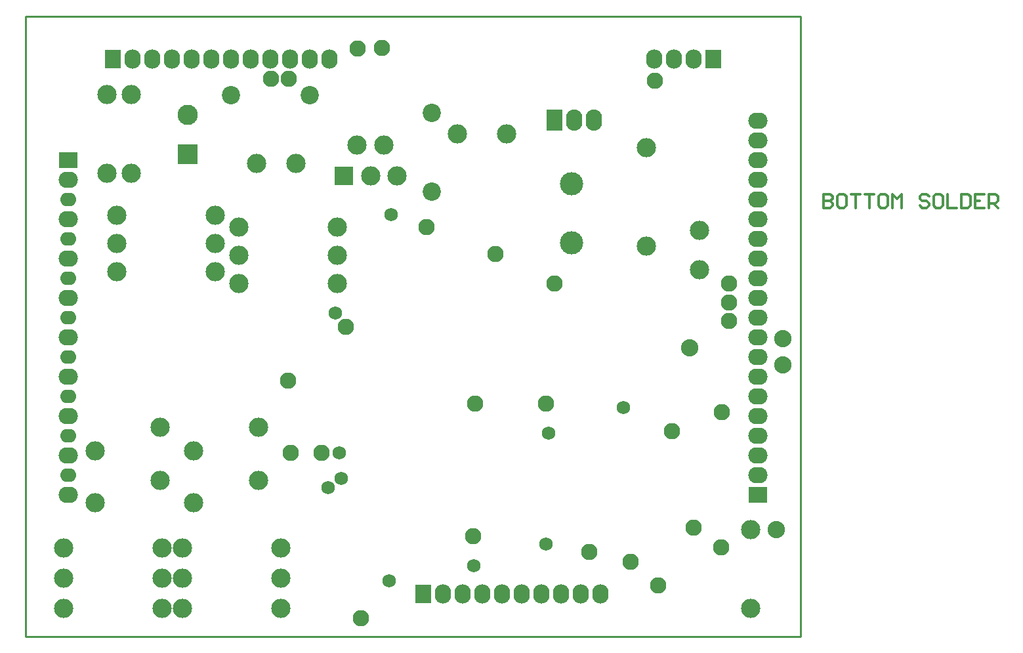
<source format=gbs>
G04 Layer_Color=16711935*
%FSLAX25Y25*%
%MOIN*%
G70*
G01*
G75*
%ADD23C,0.01200*%
%ADD44C,0.01000*%
%ADD54C,0.09800*%
%ADD55R,0.09800X0.09800*%
%ADD56C,0.11800*%
%ADD57C,0.09300*%
%ADD58C,0.08800*%
%ADD59O,0.08300X0.10800*%
%ADD60R,0.08300X0.10800*%
%ADD61R,0.09800X0.08300*%
%ADD62O,0.09800X0.08300*%
%ADD63C,0.10300*%
%ADD64R,0.10300X0.10300*%
%ADD65O,0.08300X0.09800*%
%ADD66R,0.08300X0.09800*%
%ADD67O,0.08300X0.06800*%
%ADD68C,0.08300*%
%ADD69C,0.06800*%
D23*
X799100Y618398D02*
Y611400D01*
X802599D01*
X803765Y612566D01*
Y613733D01*
X802599Y614899D01*
X799100D01*
X802599D01*
X803765Y616065D01*
Y617232D01*
X802599Y618398D01*
X799100D01*
X809597D02*
X807264D01*
X806098Y617232D01*
Y612566D01*
X807264Y611400D01*
X809597D01*
X810763Y612566D01*
Y617232D01*
X809597Y618398D01*
X813095D02*
X817761D01*
X815428D01*
Y611400D01*
X820093Y618398D02*
X824758D01*
X822426D01*
Y611400D01*
X830590Y618398D02*
X828257D01*
X827091Y617232D01*
Y612566D01*
X828257Y611400D01*
X830590D01*
X831756Y612566D01*
Y617232D01*
X830590Y618398D01*
X834089Y611400D02*
Y618398D01*
X836421Y616065D01*
X838754Y618398D01*
Y611400D01*
X852749Y617232D02*
X851583Y618398D01*
X849251D01*
X848084Y617232D01*
Y616065D01*
X849251Y614899D01*
X851583D01*
X852749Y613733D01*
Y612566D01*
X851583Y611400D01*
X849251D01*
X848084Y612566D01*
X858581Y618398D02*
X856248D01*
X855082Y617232D01*
Y612566D01*
X856248Y611400D01*
X858581D01*
X859747Y612566D01*
Y617232D01*
X858581Y618398D01*
X862080D02*
Y611400D01*
X866745D01*
X869077Y618398D02*
Y611400D01*
X872576D01*
X873743Y612566D01*
Y617232D01*
X872576Y618398D01*
X869077D01*
X880740D02*
X876075D01*
Y611400D01*
X880740D01*
X876075Y614899D02*
X878408D01*
X883073Y611400D02*
Y618398D01*
X886572D01*
X887738Y617232D01*
Y614899D01*
X886572Y613733D01*
X883073D01*
X885406D02*
X887738Y611400D01*
D44*
X393701Y393701D02*
Y708661D01*
X787402D01*
Y393701D02*
Y708661D01*
X393701Y393701D02*
X787402D01*
D54*
X709000Y592000D02*
D03*
Y642000D02*
D03*
X582386Y627626D02*
D03*
X575693Y643374D02*
D03*
X569000Y627626D02*
D03*
X562307Y643374D02*
D03*
X638000Y649000D02*
D03*
X613000D02*
D03*
X479000Y461500D02*
D03*
X429000D02*
D03*
Y488000D02*
D03*
X479000D02*
D03*
X490000Y579000D02*
D03*
X440000D02*
D03*
X502000Y573000D02*
D03*
X552000D02*
D03*
X490000Y593250D02*
D03*
X440000D02*
D03*
X502000Y587250D02*
D03*
X552000D02*
D03*
X490000Y607500D02*
D03*
X440000D02*
D03*
X502000Y601500D02*
D03*
X552000D02*
D03*
X473500Y438500D02*
D03*
X523500D02*
D03*
X463000D02*
D03*
X413000D02*
D03*
X473500Y423250D02*
D03*
X523500D02*
D03*
X463000D02*
D03*
X413000D02*
D03*
X473500Y408000D02*
D03*
X523500D02*
D03*
X463000D02*
D03*
X413000D02*
D03*
X512000Y473000D02*
D03*
X462000D02*
D03*
Y500000D02*
D03*
X512000D02*
D03*
X435000Y629000D02*
D03*
Y669000D02*
D03*
X762000Y448000D02*
D03*
Y408000D02*
D03*
X447500Y669000D02*
D03*
Y629000D02*
D03*
X736000Y580000D02*
D03*
Y600000D02*
D03*
X531000Y634000D02*
D03*
X511000D02*
D03*
D55*
X555614Y627626D02*
D03*
D56*
X671000Y623500D02*
D03*
Y593500D02*
D03*
D57*
X600000Y619500D02*
D03*
Y659500D02*
D03*
X538000Y668500D02*
D03*
X498000D02*
D03*
D58*
X778400Y544800D02*
D03*
Y531600D02*
D03*
X775000Y448100D02*
D03*
X731300Y540400D02*
D03*
D59*
X682500Y656000D02*
D03*
X672500D02*
D03*
D60*
X662500D02*
D03*
D61*
X765748Y465591D02*
D03*
X415354Y635591D02*
D03*
D62*
X765748Y475591D02*
D03*
Y485591D02*
D03*
Y495591D02*
D03*
Y505591D02*
D03*
Y515591D02*
D03*
Y525591D02*
D03*
Y535591D02*
D03*
Y545591D02*
D03*
Y555591D02*
D03*
Y565591D02*
D03*
Y575591D02*
D03*
Y585591D02*
D03*
Y595591D02*
D03*
Y605591D02*
D03*
Y615591D02*
D03*
Y625591D02*
D03*
Y635591D02*
D03*
Y645591D02*
D03*
Y655591D02*
D03*
X415354Y625591D02*
D03*
Y605591D02*
D03*
Y585591D02*
D03*
Y565591D02*
D03*
Y545591D02*
D03*
Y525591D02*
D03*
Y505591D02*
D03*
Y485591D02*
D03*
Y465591D02*
D03*
D63*
X476000Y658500D02*
D03*
D64*
Y638500D02*
D03*
D65*
X713071Y687008D02*
D03*
X723071D02*
D03*
X733071D02*
D03*
X548032D02*
D03*
X538032D02*
D03*
X528032D02*
D03*
X518032D02*
D03*
X508032D02*
D03*
X498032D02*
D03*
X488032D02*
D03*
X478032D02*
D03*
X468032D02*
D03*
X458032D02*
D03*
X448032D02*
D03*
X605669Y415354D02*
D03*
X625669D02*
D03*
X635669D02*
D03*
X645669D02*
D03*
X655669D02*
D03*
X665669D02*
D03*
X675669D02*
D03*
X685669D02*
D03*
X615669D02*
D03*
D66*
X743071Y687008D02*
D03*
X438032D02*
D03*
X595669Y415354D02*
D03*
D67*
X415354Y615591D02*
D03*
Y595591D02*
D03*
Y575591D02*
D03*
Y555591D02*
D03*
Y535591D02*
D03*
Y515591D02*
D03*
Y495591D02*
D03*
Y475591D02*
D03*
D68*
X751300Y563200D02*
D03*
X751200Y554100D02*
D03*
X518500Y676800D02*
D03*
X527500D02*
D03*
X574800Y692700D02*
D03*
X562600Y692400D02*
D03*
X713357Y675800D02*
D03*
X544100Y486900D02*
D03*
X701100Y431600D02*
D03*
X680000Y436500D02*
D03*
X556500Y551000D02*
D03*
X527000Y523500D02*
D03*
X662500Y573000D02*
D03*
X597504Y601504D02*
D03*
X747000Y439000D02*
D03*
X733000Y449000D02*
D03*
X715254Y419746D02*
D03*
X528500Y487000D02*
D03*
X751096Y573000D02*
D03*
X632500Y588000D02*
D03*
X747500Y507500D02*
D03*
X722000Y498000D02*
D03*
X658000Y512000D02*
D03*
X622000D02*
D03*
X564000Y403000D02*
D03*
X621000Y444500D02*
D03*
D69*
X553000Y487000D02*
D03*
X547500Y469447D02*
D03*
X554200Y473800D02*
D03*
X697500Y510000D02*
D03*
X621500Y429500D02*
D03*
X579600Y607900D02*
D03*
X578400Y421900D02*
D03*
X551000Y558000D02*
D03*
X659500Y497000D02*
D03*
X658000Y440500D02*
D03*
M02*

</source>
